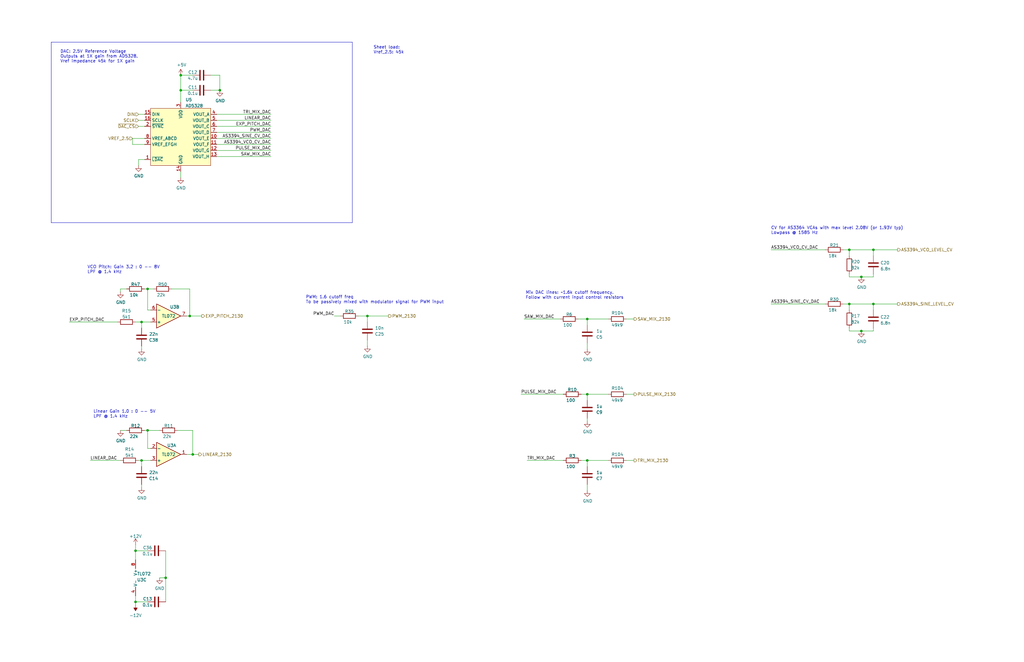
<source format=kicad_sch>
(kicad_sch (version 20230121) (generator eeschema)
  (paper "B")
  (title_block (title "Zoxnoxious SSI2130/AS3394") (rev "0.1") (company "Zoxnoxious Engineering"))
  (lib_symbols
    (symbol "Amplifier_Operational:TL072" (pin_names (offset 0.127))
      (property "Reference" "U" (at 0 5.08 0))
      (property "Value" "TL072" (at 0 -5.08 0))
      (symbol "TL072_1_1"
        (polyline (pts (xy -5.08 5.08) (xy 5.08 0) (xy -5.08 -5.08) (xy -5.08 5.08)) (stroke (width 0.254)) (fill (type background)))
        (pin output line (at 7.62 0 180) (length 2.54) (name "~") (number "1"))
        (pin input line (at -7.62 -2.54 0) (length 2.54) (name "-") (number "2"))
        (pin input line (at -7.62 2.54 0) (length 2.54) (name "+") (number "3"))
      )
      (symbol "TL072_2_1"
        (polyline (pts (xy -5.08 5.08) (xy 5.08 0) (xy -5.08 -5.08) (xy -5.08 5.08)) (stroke (width 0.254)) (fill (type background)))
        (pin input line (at -7.62 2.54 0) (length 2.54) (name "+") (number "5"))
        (pin input line (at -7.62 -2.54 0) (length 2.54) (name "-") (number "6"))
        (pin output line (at 7.62 0 180) (length 2.54) (name "~") (number "7"))
      )
      (symbol "TL072_3_1"
        (pin power_in line (at -2.54 -7.62 90) (length 3.81) (name "V-") (number "4"))
        (pin power_in line (at -2.54 7.62 270) (length 3.81) (name "V+") (number "8"))
      )
    )
    (symbol "Device:C" (pin_numbers hide) (pin_names (offset 0.254))
      (property "Reference" "C" (at 0.635 2.54 0))
      (property "Value" "C" (at 0.635 -2.54 0))
      (symbol "C_0_1"
        (polyline (pts (xy -2.032 -0.762) (xy 2.032 -0.762)) (stroke (width 0.508)))
        (polyline (pts (xy -2.032 0.762) (xy 2.032 0.762)) (stroke (width 0.508)))
      )
      (symbol "C_1_1"
        (pin passive line (at 0 3.81 270) (length 2.794) (name "~") (number "1"))
        (pin passive line (at 0 -3.81 90) (length 2.794) (name "~") (number "2"))
      )
    )
    (symbol "Device:R" (pin_numbers hide) (pin_names (offset 0))
      (property "Reference" "R" (at 2.032 0 90))
      (property "Value" "R" (at 0 0 90))
      (symbol "R_0_1"
        (rectangle (start -1.016 -2.54) (end 1.016 2.54) (stroke (width 0.254)))
      )
      (symbol "R_1_1"
        (pin passive line (at 0 3.81 270) (length 1.27) (name "~") (number "1"))
        (pin passive line (at 0 -3.81 90) (length 1.27) (name "~") (number "2"))
      )
    )
    (symbol "power:+12V" (power) (pin_names (offset 0))
      (property "Value" "+12V" (at 0 3.556 0))
      (symbol "+12V_0_1"
        (polyline (pts (xy -0.762 1.27) (xy 0 2.54)))
        (polyline (pts (xy 0 0) (xy 0 2.54)))
        (polyline (pts (xy 0 2.54) (xy 0.762 1.27)))
      )
      (symbol "+12V_1_1"
        (pin power_in line (at 0 0 90) (length 0) hide (name "+12V") (number "1"))
      )
    )
    (symbol "power:+5V" (power) (pin_names (offset 0))
      (property "Value" "+5V" (at 0 3.556 0))
      (symbol "+5V_0_1"
        (polyline (pts (xy -0.762 1.27) (xy 0 2.54)))
        (polyline (pts (xy 0 0) (xy 0 2.54)))
        (polyline (pts (xy 0 2.54) (xy 0.762 1.27)))
      )
      (symbol "+5V_1_1"
        (pin power_in line (at 0 0 90) (length 0) hide (name "+5V") (number "1"))
      )
    )
    (symbol "power:-12V" (power) (pin_names (offset 0))
      (property "Value" "-12V" (at 0 3.81 0))
      (symbol "-12V_0_0"
        (pin power_in line (at 0 0 90) (length 0) hide (name "-12V") (number "1"))
      )
      (symbol "-12V_0_1"
        (polyline (pts (xy 0 0) (xy 0 1.27) (xy 0.762 1.27) (xy 0 2.54) (xy -0.762 1.27) (xy 0 1.27)) (fill (type outline)))
      )
    )
    (symbol "power:GND" (power) (pin_names (offset 0))
      (property "Value" "GND" (at 0 -3.81 0))
      (symbol "GND_0_1"
        (polyline (pts (xy 0 0) (xy 0 -1.27) (xy 1.27 -1.27) (xy 0 -2.54) (xy -1.27 -1.27) (xy 0 -1.27)))
      )
      (symbol "GND_1_1"
        (pin power_in line (at 0 0 270) (length 0) hide (name "GND") (number "1"))
      )
    )
    (symbol "z5524:AD5328"
      (property "Reference" "U" (at 0 -2.54 0))
      (property "Value" "AD5328" (at 0 0 0))
      (symbol "AD5328_0_1"
        (rectangle (start -12.7 10.16) (end 12.7 -13.97) (stroke (width 0.1524)) (fill (type background)))
      )
      (symbol "AD5328_1_1"
        (pin input line (at -15.24 -11.43 0) (length 2.54) (name "~{LDAC}") (number "1"))
        (pin output line (at 15.24 -2.54 180) (length 2.54) (name "VOUT_E") (number "10"))
        (pin output line (at 15.24 -5.08 180) (length 2.54) (name "VOUT_F") (number "11"))
        (pin output line (at 15.24 -7.62 180) (length 2.54) (name "VOUT_G") (number "12"))
        (pin output line (at 15.24 -10.16 180) (length 2.54) (name "VOUT_H") (number "13"))
        (pin power_in line (at 0 -16.51 90) (length 2.54) (name "GND") (number "14"))
        (pin input line (at -15.24 7.62 0) (length 2.54) (name "DIN") (number "15"))
        (pin input line (at -15.24 5.08 0) (length 2.54) (name "SCLK") (number "16"))
        (pin input line (at -15.24 2.54 0) (length 2.54) (name "~{SYNC}") (number "2"))
        (pin power_in line (at 0 12.7 270) (length 2.54) (name "VDD") (number "3"))
        (pin output line (at 15.24 7.62 180) (length 2.54) (name "VOUT_A") (number "4"))
        (pin output line (at 15.24 5.08 180) (length 2.54) (name "VOUT_B") (number "5"))
        (pin output line (at 15.24 2.54 180) (length 2.54) (name "VOUT_C") (number "6"))
        (pin output line (at 15.24 0 180) (length 2.54) (name "VOUT_D") (number "7"))
        (pin input line (at -15.24 -2.54 0) (length 2.54) (name "VREF_ABCD") (number "8"))
        (pin input line (at -15.24 -5.08 0) (length 2.54) (name "VREF_EFGH") (number "9"))
      )
    )
  )
  (junction (at 363.22 139.7))
  (junction (at 69.85 243.84))
  (junction (at 81.28 191.77))
  (junction (at 154.94 133.35))
  (junction (at 368.3 128.27))
  (junction (at 57.15 232.41))
  (junction (at 76.2 38.1))
  (junction (at 363.22 116.84))
  (junction (at 247.65 166.37))
  (junction (at 92.71 38.1))
  (junction (at 59.69 135.89))
  (junction (at 247.65 134.62))
  (junction (at 80.01 133.35))
  (junction (at 76.2 31.75))
  (junction (at 247.65 194.31))
  (junction (at 368.3 105.41))
  (junction (at 59.69 194.31))
  (junction (at 62.23 121.92))
  (junction (at 358.14 105.41))
  (junction (at 62.23 181.61))
  (junction (at 358.14 128.27))
  (junction (at 57.15 254))
  (wire (pts (xy 355.6 128.27) (xy 358.14 128.27)))
  (wire (pts (xy 81.28 181.61) (xy 81.28 191.77)))
  (wire (pts (xy 50.8 123.19) (xy 50.8 121.92)))
  (wire (pts (xy 264.16 194.31) (xy 267.335 194.31)))
  (wire (pts (xy 247.65 194.31) (xy 247.65 196.85)))
  (wire (pts (xy 325.12 128.27) (xy 347.98 128.27)))
  (wire (pts (xy 58.42 194.31) (xy 59.69 194.31)))
  (wire (pts (xy 81.28 191.77) (xy 83.82 191.77)))
  (wire (pts (xy 50.8 121.92) (xy 53.34 121.92)))
  (wire (pts (xy 154.94 133.35) (xy 163.83 133.35)))
  (wire (pts (xy 363.22 116.84) (xy 368.3 116.84)))
  (polyline (pts (xy 21.59 93.98) (xy 21.59 17.78)))
  (wire (pts (xy 58.42 48.26) (xy 60.96 48.26)))
  (wire (pts (xy 67.31 243.84) (xy 69.85 243.84)))
  (wire (pts (xy 355.6 105.41) (xy 358.14 105.41)))
  (wire (pts (xy 57.15 229.87) (xy 57.15 232.41)))
  (wire (pts (xy 57.15 254) (xy 57.15 255.27)))
  (wire (pts (xy 80.01 121.92) (xy 80.01 133.35)))
  (wire (pts (xy 91.44 58.42) (xy 114.3 58.42)))
  (wire (pts (xy 55.88 58.42) (xy 60.96 58.42)))
  (wire (pts (xy 91.44 55.88) (xy 114.3 55.88)))
  (wire (pts (xy 57.15 232.41) (xy 62.23 232.41)))
  (wire (pts (xy 247.65 176.53) (xy 247.65 177.8)))
  (wire (pts (xy 69.85 232.41) (xy 69.85 243.84)))
  (wire (pts (xy 38.1 194.31) (xy 50.8 194.31)))
  (wire (pts (xy 78.74 133.35) (xy 80.01 133.35)))
  (wire (pts (xy 57.15 232.41) (xy 57.15 236.22)))
  (wire (pts (xy 76.2 38.1) (xy 76.2 31.75)))
  (wire (pts (xy 81.28 191.77) (xy 78.74 191.77)))
  (wire (pts (xy 92.71 31.75) (xy 88.9 31.75)))
  (wire (pts (xy 368.3 128.27) (xy 368.3 130.81)))
  (wire (pts (xy 264.16 134.62) (xy 267.335 134.62)))
  (wire (pts (xy 55.88 60.96) (xy 60.96 60.96)))
  (wire (pts (xy 57.15 135.89) (xy 59.69 135.89)))
  (wire (pts (xy 62.23 181.61) (xy 62.23 189.23)))
  (wire (pts (xy 59.69 135.89) (xy 63.5 135.89)))
  (wire (pts (xy 29.21 135.89) (xy 49.53 135.89)))
  (wire (pts (xy 358.14 105.41) (xy 358.14 107.95)))
  (wire (pts (xy 91.44 50.8) (xy 114.3 50.8)))
  (wire (pts (xy 76.2 38.1) (xy 81.28 38.1)))
  (wire (pts (xy 91.44 48.26) (xy 114.3 48.26)))
  (wire (pts (xy 358.14 138.43) (xy 358.14 139.7)))
  (wire (pts (xy 368.3 105.41) (xy 368.3 107.95)))
  (wire (pts (xy 247.65 144.78) (xy 247.65 147.32)))
  (wire (pts (xy 76.2 31.75) (xy 81.28 31.75)))
  (wire (pts (xy 247.65 204.47) (xy 247.65 207.01)))
  (wire (pts (xy 247.65 134.62) (xy 256.54 134.62)))
  (wire (pts (xy 245.11 194.31) (xy 247.65 194.31)))
  (wire (pts (xy 62.23 130.81) (xy 63.5 130.81)))
  (polyline (pts (xy 148.59 93.98) (xy 21.59 93.98)))
  (wire (pts (xy 140.97 133.35) (xy 143.51 133.35)))
  (wire (pts (xy 55.88 58.42) (xy 55.88 60.96)))
  (wire (pts (xy 363.22 139.7) (xy 368.3 139.7)))
  (wire (pts (xy 76.2 72.39) (xy 76.2 74.93)))
  (wire (pts (xy 247.65 166.37) (xy 247.65 168.91)))
  (wire (pts (xy 58.42 50.8) (xy 60.96 50.8)))
  (wire (pts (xy 63.5 189.23) (xy 62.23 189.23)))
  (wire (pts (xy 358.14 105.41) (xy 368.3 105.41)))
  (wire (pts (xy 245.11 166.37) (xy 247.65 166.37)))
  (wire (pts (xy 151.13 133.35) (xy 154.94 133.35)))
  (wire (pts (xy 60.96 181.61) (xy 62.23 181.61)))
  (wire (pts (xy 62.23 121.92) (xy 64.77 121.92)))
  (wire (pts (xy 58.42 67.31) (xy 58.42 69.85)))
  (wire (pts (xy 368.3 105.41) (xy 378.46 105.41)))
  (wire (pts (xy 50.8 181.61) (xy 53.34 181.61)))
  (wire (pts (xy 325.12 105.41) (xy 347.98 105.41)))
  (wire (pts (xy 91.44 60.96) (xy 114.3 60.96)))
  (wire (pts (xy 247.65 166.37) (xy 256.54 166.37)))
  (wire (pts (xy 76.2 38.1) (xy 76.2 43.18)))
  (wire (pts (xy 91.44 53.34) (xy 114.3 53.34)))
  (wire (pts (xy 80.01 133.35) (xy 85.09 133.35)))
  (wire (pts (xy 92.71 38.1) (xy 92.71 31.75)))
  (wire (pts (xy 219.71 166.37) (xy 237.49 166.37)))
  (wire (pts (xy 57.15 251.46) (xy 57.15 254)))
  (wire (pts (xy 154.94 143.51) (xy 154.94 146.05)))
  (wire (pts (xy 91.44 63.5) (xy 114.3 63.5)))
  (wire (pts (xy 59.69 135.89) (xy 59.69 138.43)))
  (wire (pts (xy 59.69 194.31) (xy 63.5 194.31)))
  (wire (pts (xy 243.84 134.62) (xy 247.65 134.62)))
  (wire (pts (xy 247.65 194.31) (xy 256.54 194.31)))
  (polyline (pts (xy 148.59 17.78) (xy 148.59 93.98)))
  (wire (pts (xy 154.94 133.35) (xy 154.94 135.89)))
  (wire (pts (xy 220.98 134.62) (xy 236.22 134.62)))
  (wire (pts (xy 368.3 138.43) (xy 368.3 139.7)))
  (wire (pts (xy 59.69 146.05) (xy 59.69 147.32)))
  (wire (pts (xy 62.23 181.61) (xy 67.31 181.61)))
  (wire (pts (xy 358.14 128.27) (xy 358.14 130.81)))
  (wire (pts (xy 358.14 115.57) (xy 358.14 116.84)))
  (wire (pts (xy 72.39 121.92) (xy 80.01 121.92)))
  (wire (pts (xy 58.42 53.34) (xy 60.96 53.34)))
  (wire (pts (xy 60.96 121.92) (xy 62.23 121.92)))
  (wire (pts (xy 88.9 38.1) (xy 92.71 38.1)))
  (wire (pts (xy 69.85 243.84) (xy 69.85 254)))
  (wire (pts (xy 74.93 181.61) (xy 81.28 181.61)))
  (wire (pts (xy 358.14 139.7) (xy 363.22 139.7)))
  (wire (pts (xy 59.69 204.47) (xy 59.69 205.74)))
  (wire (pts (xy 222.25 194.31) (xy 237.49 194.31)))
  (wire (pts (xy 60.96 67.31) (xy 58.42 67.31)))
  (wire (pts (xy 358.14 116.84) (xy 363.22 116.84)))
  (wire (pts (xy 91.44 66.04) (xy 114.3 66.04)))
  (wire (pts (xy 59.69 194.31) (xy 59.69 196.85)))
  (wire (pts (xy 62.23 130.81) (xy 62.23 121.92)))
  (wire (pts (xy 247.65 134.62) (xy 247.65 137.16)))
  (polyline (pts (xy 21.59 17.78) (xy 148.59 17.78)))
  (wire (pts (xy 368.3 115.57) (xy 368.3 116.84)))
  (wire (pts (xy 368.3 128.27) (xy 378.46 128.27)))
  (wire (pts (xy 57.15 254) (xy 62.23 254)))
  (wire (pts (xy 358.14 128.27) (xy 368.3 128.27)))
  (wire (pts (xy 264.16 166.37) (xy 267.335 166.37)))
  (text "PWM: 1.6 cutoff freq\nTo be passively mixed with modulator signal for PWM input" (at 128.905 128.27 0) (effects (font (size 1.27 1.27)) (justify left bottom)))
  (text "Linear Gain 1.0 : 0 -- 5V\nLPF @ 1.4 kHz" (at 39.37 176.53 0) (effects (font (size 1.27 1.27)) (justify left bottom)))
  (text "Mix DAC lines: ~1.6k cutoff frequency.\nFollow with current input control resistors" (at 221.615 126.365 0) (effects (font (size 1.27 1.27)) (justify left bottom)))
  (text "CV for AS3364 VCAs with max level 2.08V (or 1.93V typ)\nLowpass @ 1585 Hz" (at 325.12 99.06 0) (effects (font (size 1.27 1.27)) (justify left bottom)))
  (text "VCO Pitch: Gain 3.2 : 0 -- 8V\nLPF @ 1.4 kHz" (at 36.83 115.57 0) (effects (font (size 1.27 1.27)) (justify left bottom)))
  (text "Sheet load:\nVref_2.5: 45k\n" (at 157.48 22.86 0) (effects (font (size 1.27 1.27)) (justify left bottom)))
  (text "DAC: 2.5V Reference Voltage\nOutputs at 1X gain from AD5328.\nVref impedance 45k for 1X gain" (at 25.4 26.67 0) (effects (font (size 1.27 1.27)) (justify left bottom)))
  (label "SAW_MIX_DAC" (at 114.3 66.04 180))
  (label "AS3394_SINE_CV_DAC" (at 114.3 58.42 180))
  (label "AS3394_SINE_CV_DAC" (at 325.12 128.27 0))
  (label "LINEAR_DAC" (at 114.3 50.8 180))
  (label "TRI_MIX_DAC" (at 222.25 194.31 0))
  (label "PULSE_MIX_DAC" (at 219.71 166.37 0))
  (label "AS3394_VCO_CV_DAC" (at 114.3 60.96 180))
  (label "TRI_MIX_DAC" (at 114.3 48.26 180))
  (label "PWM_DAC" (at 114.3 55.88 180))
  (label "EXP_PITCH_DAC" (at 29.21 135.89 0))
  (label "LINEAR_DAC" (at 38.1 194.31 0))
  (label "SAW_MIX_DAC" (at 220.98 134.62 0))
  (label "PWM_DAC" (at 140.97 133.35 180))
  (label "EXP_PITCH_DAC" (at 114.3 53.34 180))
  (label "PULSE_MIX_DAC" (at 114.3 63.5 180))
  (label "AS3394_VCO_CV_DAC" (at 325.12 105.41 0))
  (hierarchical_label "AS3394_SINE_LEVEL_CV" (shape output) (at 378.46 128.27 0))
  (hierarchical_label "VREF_2.5" (shape input) (at 55.88 58.42 180))
  (hierarchical_label "TRI_MIX_2130" (shape output) (at 267.335 194.31 0))
  (hierarchical_label "SAW_MIX_2130" (shape output) (at 267.335 134.62 0))
  (hierarchical_label "DIN" (shape input) (at 58.42 48.26 180))
  (hierarchical_label "AS3394_VCO_LEVEL_CV" (shape output) (at 378.46 105.41 0))
  (hierarchical_label "PWM_2130" (shape output) (at 163.83 133.35 0))
  (hierarchical_label "SCLK" (shape input) (at 58.42 50.8 180))
  (hierarchical_label "LINEAR_2130" (shape output) (at 83.82 191.77 0))
  (hierarchical_label "PULSE_MIX_2130" (shape output) (at 267.335 166.37 0))
  (hierarchical_label "EXP_PITCH_2130" (shape output) (at 85.09 133.35 0))
  (hierarchical_label "~{DAC_CS}" (shape input) (at 58.42 53.34 180))
  (symbol (lib_id "power:GND") (at 58.42 69.85 0) (unit 1)
    (property "Reference" "#PWR021" (effects hide))
    (property "Value" "GND" (at 58.547 74.2442 0))
  )
  (symbol (lib_id "power:GND") (at 92.71 38.1 0) (unit 1)
    (property "Reference" "#PWR025" (effects hide))
    (property "Value" "GND" (at 92.837 42.4942 0))
  )
  (symbol (lib_id "Device:C") (at 85.09 31.75 90) (unit 1)
    (property "Reference" "C12" (at 81.28 30.48 90))
    (property "Value" "4.7u" (at 81.28 33.02 90))
    (property "Footprint" "Capacitor_SMD:C_0603_1608Metric" (effects hide))
    (property "LCSC" "C19666" (effects hide))
  )
  (symbol (lib_id "Device:C") (at 85.09 38.1 90) (unit 1)
    (property "Reference" "C11" (at 81.28 36.83 90))
    (property "Value" "0.1u" (at 81.28 39.37 90))
    (property "Footprint" "Capacitor_SMD:C_0603_1608Metric" (effects hide))
    (property "LCSC" "C14663" (effects hide))
  )
  (symbol (lib_id "power:+5V") (at 76.2 31.75 0) (unit 1)
    (property "Reference" "#PWR023" (effects hide))
    (property "Value" "+5V" (at 76.581 27.3558 0))
  )
  (symbol (lib_id "Device:R") (at 358.14 134.62 0) (unit 1)
    (property "Reference" "R17" (at 360.68 133.35 0))
    (property "Value" "82k" (at 360.68 135.89 0))
    (property "Footprint" "Resistor_SMD:R_0603_1608Metric" (effects hide))
    (property "LCSC" "C23254" (effects hide))
  )
  (symbol (lib_id "power:GND") (at 247.65 147.32 0) (unit 1)
    (property "Reference" "#PWR031" (effects hide))
    (property "Value" "GND" (at 247.777 151.7142 0))
  )
  (symbol (lib_id "Device:C") (at 59.69 200.66 0) (unit 1)
    (property "Reference" "C14" (at 64.77 201.93 0))
    (property "Value" "22n" (at 64.77 199.39 0))
    (property "Footprint" "Capacitor_SMD:C_0603_1608Metric" (effects hide))
    (property "LCSC" "C21122" (effects hide))
  )
  (symbol (lib_id "Device:R") (at 358.14 111.76 0) (unit 1)
    (property "Reference" "R20" (at 360.68 110.49 0))
    (property "Value" "82k" (at 360.68 113.03 0))
    (property "Footprint" "Resistor_SMD:R_0603_1608Metric" (effects hide))
    (property "LCSC" "C23254" (effects hide))
  )
  (symbol (lib_id "power:GND") (at 59.69 205.74 0) (unit 1)
    (property "Reference" "#PWR0100" (effects hide))
    (property "Value" "GND" (at 59.817 210.1342 0))
  )
  (symbol (lib_id "Amplifier_Operational:TL072") (at 54.61 243.84 0) (mirror y) (unit 3)
    (property "Reference" "U3" (at 57.7849 244.6747 0) (effects (justify right)))
    (property "Value" "TL072" (at 57.7849 242.1378 0) (effects (justify right)))
    (property "Footprint" "Package_SO:SO-8_3.9x4.9mm_P1.27mm" (effects hide))
    (property "Datasheet" "http://www.ti.com/lit/ds/symlink/tl071.pdf" (effects hide))
    (property "LCSC" "C6961" (effects hide))
  )
  (symbol (lib_id "Device:C") (at 66.04 254 90) (unit 1)
    (property "Reference" "C13" (at 62.23 252.73 90))
    (property "Value" "0.1u" (at 62.23 255.27 90))
    (property "Footprint" "Capacitor_SMD:C_0603_1608Metric" (effects hide))
    (property "LCSC" "C14663" (effects hide))
  )
  (symbol (lib_id "power:+12V") (at 57.15 229.87 0) (unit 1)
    (property "Reference" "#PWR036" (effects hide))
    (property "Value" "+12V" (at 57.15 226.2942 0))
  )
  (symbol (lib_id "power:GND") (at 363.22 116.84 0) (unit 1)
    (property "Reference" "#PWR0121" (effects hide))
    (property "Value" "GND" (at 363.347 121.2342 0))
  )
  (symbol (lib_id "power:GND") (at 247.65 177.8 0) (unit 1)
    (property "Reference" "#PWR032" (effects hide))
    (property "Value" "GND" (at 247.777 182.1942 0))
  )
  (symbol (lib_id "Device:C") (at 59.69 142.24 0) (unit 1)
    (property "Reference" "C38" (at 64.77 143.51 0))
    (property "Value" "22n" (at 64.77 140.97 0))
    (property "Footprint" "Capacitor_SMD:C_0603_1608Metric" (effects hide))
    (property "LCSC" "C21122" (effects hide))
  )
  (symbol (lib_id "power:GND") (at 67.31 243.84 0) (unit 1)
    (property "Reference" "#PWR038" (effects hide))
    (property "Value" "GND" (at 67.31 248.2834 0))
  )
  (symbol (lib_id "Device:R") (at 260.35 194.31 270) (unit 1)
    (property "Reference" "R104" (at 257.81 191.77 90) (effects (justify left)))
    (property "Value" "49k9" (at 257.81 196.85 90) (effects (justify left)))
    (property "Footprint" "Resistor_SMD:R_0603_1608Metric" (effects hide))
    (property "LCSC" "C23184" (effects hide))
    (instances (project "z5524" (path "" (reference "R104") (unit 1)) (path "" (reference "R106") (unit 1))))
  )
  (symbol (lib_id "power:GND") (at 59.69 147.32 0) (unit 1)
    (property "Reference" "#PWR022" (effects hide))
    (property "Value" "GND" (at 59.817 151.7142 0))
  )
  (symbol (lib_id "power:GND") (at 50.8 181.61 0) (unit 1)
    (property "Reference" "#PWR099" (effects hide))
    (property "Value" "GND" (at 50.927 186.0042 0))
  )
  (symbol (lib_id "Device:R") (at 54.61 194.31 90) (unit 1)
    (property "Reference" "R14" (at 54.61 189.5942 90))
    (property "Value" "5k1" (at 54.61 192.1311 90))
    (property "Footprint" "Resistor_SMD:R_0603_1608Metric" (effects hide))
    (property "LCSC" "C23186" (effects hide))
  )
  (symbol (lib_id "Device:R") (at 57.15 121.92 270) (unit 1)
    (property "Reference" "R47" (at 57.15 120.015 90))
    (property "Value" "10k" (at 56.515 124.46 90))
    (property "Footprint" "Resistor_SMD:R_0603_1608Metric" (effects hide))
    (property "LCSC" "C25804" (effects hide))
  )
  (symbol (lib_id "power:GND") (at 247.65 207.01 0) (unit 1)
    (property "Reference" "#PWR035" (effects hide))
    (property "Value" "GND" (at 247.777 211.4042 0))
  )
  (symbol (lib_id "Amplifier_Operational:TL072") (at 71.12 191.77 0) (mirror x) (unit 1)
    (property "Reference" "U3" (at 72.39 187.96 0))
    (property "Value" "TL072" (at 71.12 191.77 0))
    (property "Footprint" "Package_SO:SO-8_3.9x4.9mm_P1.27mm" (effects hide))
    (property "Datasheet" "http://www.ti.com/lit/ds/symlink/tl071.pdf" (effects hide))
    (property "LCSC" "C6961" (effects hide))
  )
  (symbol (lib_id "Device:R") (at 147.32 133.35 270) (unit 1)
    (property "Reference" "R35" (at 147.32 131.445 90))
    (property "Value" "10k" (at 146.685 135.89 90))
    (property "Footprint" "Resistor_SMD:R_0603_1608Metric" (effects hide))
    (property "LCSC" "C25804" (effects hide))
  )
  (symbol (lib_id "Device:R") (at 57.15 181.61 270) (unit 1)
    (property "Reference" "R12" (at 57.15 179.705 90))
    (property "Value" "22k" (at 56.515 184.15 90))
    (property "Footprint" "Resistor_SMD:R_0603_1608Metric" (effects hide))
    (property "LCSC" "C31850" (effects hide))
  )
  (symbol (lib_id "power:GND") (at 154.94 146.05 0) (unit 1)
    (property "Reference" "#PWR030" (effects hide))
    (property "Value" "GND" (at 155.067 150.4442 0))
  )
  (symbol (lib_id "Device:R") (at 68.58 121.92 270) (unit 1)
    (property "Reference" "R50" (at 68.58 120.015 90))
    (property "Value" "22k" (at 67.945 124.46 90))
    (property "Footprint" "Resistor_SMD:R_0603_1608Metric" (effects hide))
    (property "LCSC" "C31850" (effects hide))
  )
  (symbol (lib_id "Amplifier_Operational:TL072") (at 71.12 133.35 0) (mirror x) (unit 2)
    (property "Reference" "U3" (at 73.66 129.54 0))
    (property "Value" "TL072" (at 71.12 133.35 0))
    (property "Footprint" "Package_SO:SO-8_3.9x4.9mm_P1.27mm" (effects hide))
    (property "Datasheet" "http://www.ti.com/lit/ds/symlink/tl071.pdf" (effects hide))
    (property "LCSC" "C6961" (effects hide))
  )
  (symbol (lib_id "power:GND") (at 50.8 123.19 0) (unit 1)
    (property "Reference" "#PWR019" (effects hide))
    (property "Value" "GND" (at 50.927 127.5842 0))
  )
  (symbol (lib_id "power:GND") (at 76.2 74.93 0) (unit 1)
    (property "Reference" "#PWR024" (effects hide))
    (property "Value" "GND" (at 76.327 79.3242 0))
  )
  (symbol (lib_id "Device:R") (at 53.34 135.89 90) (unit 1)
    (property "Reference" "R15" (at 53.34 131.1742 90))
    (property "Value" "5k1" (at 53.34 133.7111 90))
    (property "Footprint" "Resistor_SMD:R_0603_1608Metric" (effects hide))
    (property "LCSC" "C23186" (effects hide))
  )
  (symbol (lib_id "Device:R") (at 351.79 105.41 270) (unit 1)
    (property "Reference" "R21" (at 351.79 103.505 90))
    (property "Value" "18k" (at 351.155 107.95 90))
    (property "Footprint" "Resistor_SMD:R_0603_1608Metric" (effects hide))
    (property "LCSC" "C25810" (effects hide))
  )
  (symbol (lib_id "Device:C") (at 247.65 200.66 0) (unit 1)
    (property "Reference" "C7" (at 252.73 201.93 0))
    (property "Value" "1u" (at 252.73 199.39 0))
    (property "Footprint" "Capacitor_SMD:C_0603_1608Metric" (effects hide))
    (property "LCSC" "C15849" (effects hide))
  )
  (symbol (lib_id "Device:R") (at 241.3 194.31 270) (unit 1)
    (property "Reference" "R3" (at 241.3 192.405 90))
    (property "Value" "100" (at 240.665 196.85 90))
    (property "Footprint" "Resistor_SMD:R_0603_1608Metric" (effects hide))
    (property "LCSC" "C22775" (effects hide))
  )
  (symbol (lib_id "Device:C") (at 368.3 134.62 0) (unit 1)
    (property "Reference" "C22" (at 371.221 133.7853 0) (effects (justify left)))
    (property "Value" "6.8n" (at 371.221 136.3222 0) (effects (justify left)))
    (property "Footprint" "Capacitor_SMD:C_0603_1608Metric" (effects hide))
    (property "LCSC" "C1631" (effects hide))
  )
  (symbol (lib_id "Device:R") (at 260.35 166.37 270) (unit 1)
    (property "Reference" "R104" (at 257.81 163.83 90) (effects (justify left)))
    (property "Value" "49k9" (at 257.81 168.91 90) (effects (justify left)))
    (property "Footprint" "Resistor_SMD:R_0603_1608Metric" (effects hide))
    (property "LCSC" "C23184" (effects hide))
    (instances (project "z5524" (path "" (reference "R104") (unit 1)) (path "" (reference "R105") (unit 1))))
  )
  (symbol (lib_id "power:GND") (at 363.22 139.7 0) (unit 1)
    (property "Reference" "#PWR0122" (effects hide))
    (property "Value" "GND" (at 363.347 144.0942 0))
  )
  (symbol (lib_id "Device:C") (at 66.04 232.41 90) (unit 1)
    (property "Reference" "C36" (at 62.23 231.14 90))
    (property "Value" "0.1u" (at 62.23 233.68 90))
    (property "Footprint" "Capacitor_SMD:C_0603_1608Metric" (effects hide))
    (property "LCSC" "C14663" (effects hide))
  )
  (symbol (lib_id "Device:C") (at 247.65 140.97 0) (unit 1)
    (property "Reference" "C5" (at 252.73 142.24 0))
    (property "Value" "1u" (at 252.73 139.7 0))
    (property "Footprint" "Capacitor_SMD:C_0603_1608Metric" (effects hide))
    (property "LCSC" "C15849" (effects hide))
  )
  (symbol (lib_id "power:-12V") (at 57.15 255.27 180) (unit 1)
    (property "Reference" "#PWR037" (effects hide))
    (property "Value" "-12V" (at 57.15 259.7134 0))
  )
  (symbol (lib_id "Device:C") (at 154.94 139.7 0) (unit 1)
    (property "Reference" "C25" (at 160.02 140.97 0))
    (property "Value" "10n" (at 160.02 138.43 0))
    (property "Footprint" "Capacitor_SMD:C_0603_1608Metric" (effects hide))
    (property "LCSC" "C57112" (effects hide))
  )
  (symbol (lib_id "Device:R") (at 351.79 128.27 270) (unit 1)
    (property "Reference" "R30" (at 351.79 126.365 90))
    (property "Value" "18k" (at 351.155 130.81 90))
    (property "Footprint" "Resistor_SMD:R_0603_1608Metric" (effects hide))
    (property "LCSC" "C25810" (effects hide))
  )
  (symbol (lib_id "Device:R") (at 71.12 181.61 270) (unit 1)
    (property "Reference" "R11" (at 71.12 179.705 90))
    (property "Value" "22k" (at 70.485 184.15 90))
    (property "Footprint" "Resistor_SMD:R_0603_1608Metric" (effects hide))
    (property "LCSC" "C31850" (effects hide))
  )
  (symbol (lib_id "Device:R") (at 260.35 134.62 270) (unit 1)
    (property "Reference" "R104" (at 257.81 132.08 90) (effects (justify left)))
    (property "Value" "49k9" (at 257.81 137.16 90) (effects (justify left)))
    (property "Footprint" "Resistor_SMD:R_0603_1608Metric" (effects hide))
    (property "LCSC" "C23184" (effects hide))
  )
  (symbol (lib_id "z5524:AD5328") (at 76.2 55.88 0) (unit 1)
    (property "Reference" "U5" (at 78.2194 42.071 0) (effects (justify left)))
    (property "Value" "AD5328" (at 78.2194 44.6079 0) (effects (justify left)))
    (property "Footprint" "Package_SO:TSSOP-16_4.4x5mm_P0.65mm" (effects hide))
    (property "Datasheet" "https://www.analog.com/en/products/ad5308.html" (effects hide))
    (property "LCSC" "C29162" (effects hide))
  )
  (symbol (lib_id "Device:C") (at 368.3 111.76 0) (unit 1)
    (property "Reference" "C20" (at 371.221 110.9253 0) (effects (justify left)))
    (property "Value" "6.8n" (at 371.221 113.4622 0) (effects (justify left)))
    (property "Footprint" "Capacitor_SMD:C_0603_1608Metric" (effects hide))
    (property "LCSC" "C1631" (effects hide))
  )
  (symbol (lib_id "Device:C") (at 247.65 172.72 0) (unit 1)
    (property "Reference" "C9" (at 252.73 173.99 0))
    (property "Value" "1u" (at 252.73 171.45 0))
    (property "Footprint" "Capacitor_SMD:C_0603_1608Metric" (effects hide))
    (property "LCSC" "C15849" (effects hide))
  )
  (symbol (lib_id "Device:R") (at 240.03 134.62 270) (unit 1)
    (property "Reference" "R6" (at 240.03 132.715 90))
    (property "Value" "100" (at 239.395 137.16 90))
    (property "Footprint" "Resistor_SMD:R_0603_1608Metric" (effects hide))
    (property "LCSC" "C22775" (effects hide))
  )
  (symbol (lib_id "Device:R") (at 241.3 166.37 270) (unit 1)
    (property "Reference" "R10" (at 241.3 164.465 90))
    (property "Value" "100" (at 240.665 168.91 90))
    (property "Footprint" "Resistor_SMD:R_0603_1608Metric" (effects hide))
    (property "LCSC" "C22775" (effects hide))
  )
)
</source>
